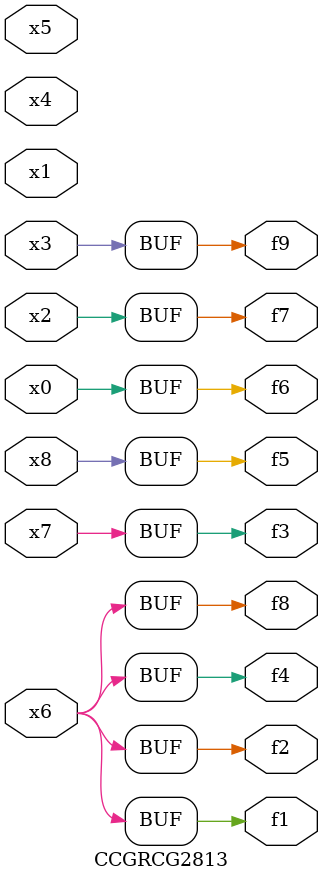
<source format=v>
module CCGRCG2813(
	input x0, x1, x2, x3, x4, x5, x6, x7, x8,
	output f1, f2, f3, f4, f5, f6, f7, f8, f9
);
	assign f1 = x6;
	assign f2 = x6;
	assign f3 = x7;
	assign f4 = x6;
	assign f5 = x8;
	assign f6 = x0;
	assign f7 = x2;
	assign f8 = x6;
	assign f9 = x3;
endmodule

</source>
